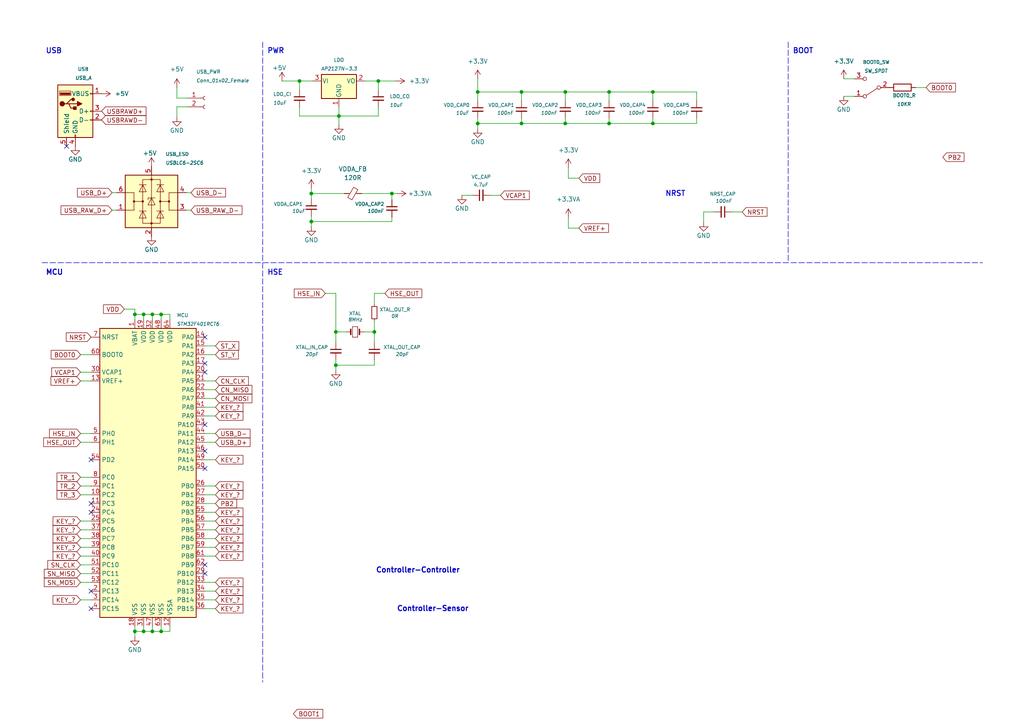
<source format=kicad_sch>
(kicad_sch (version 20211123) (generator eeschema)
  (paper "A4")
  (title_block (title "Keeb Controller") (date "2022-10-30") (rev "1") (company "Diego Covarrubias"))
  (lib_symbols
    (symbol "Connector:Conn_01x02_Female" (pin_names (offset 1.016) hide)
      (property "Reference" "J" (at 0 2.54 0))
      (property "Value" "Conn_01x02_Female" (at 0 -5.08 0))
      (symbol "Conn_01x02_Female_1_1"
        (arc (start 0 -2.032) (mid -0.508 -2.54) (end 0 -3.048) (stroke (width 0.1524)))
        (polyline (pts (xy -1.27 -2.54) (xy -0.508 -2.54)) (stroke (width 0.1524)))
        (polyline (pts (xy -1.27 0) (xy -0.508 0)) (stroke (width 0.1524)))
        (arc (start 0 0.508) (mid -0.508 0) (end 0 -0.508) (stroke (width 0.1524)))
        (pin passive line (at -5.08 0 0) (length 3.81) (name "Pin_1") (number "1"))
        (pin passive line (at -5.08 -2.54 0) (length 3.81) (name "Pin_2") (number "2"))
      )
    )
    (symbol "Connector:USB_A" (pin_names (offset 1.016))
      (property "Reference" "J" (at -5.08 11.43 0))
      (property "Value" "USB_A" (at -5.08 8.89 0))
      (symbol "USB_A_0_1"
        (rectangle (start -5.08 -7.62) (end 5.08 7.62) (stroke (width 0.254)) (fill (type background)))
        (circle (center -3.81 2.159) (radius 0.635) (stroke (width 0.254)) (fill (type outline)))
        (rectangle (start -1.524 4.826) (end -4.318 5.334) (fill (type outline)))
        (rectangle (start -1.27 4.572) (end -4.572 5.842))
        (circle (center -0.635 3.429) (radius 0.381) (stroke (width 0.254)) (fill (type outline)))
        (rectangle (start -0.127 -7.62) (end 0.127 -6.858))
        (polyline (pts (xy -3.175 2.159) (xy -2.54 2.159) (xy -1.27 3.429) (xy -0.635 3.429)) (stroke (width 0.254)))
        (polyline (pts (xy -2.54 2.159) (xy -1.905 2.159) (xy -1.27 0.889) (xy 0 0.889)) (stroke (width 0.254)))
        (polyline (pts (xy 0.635 2.794) (xy 0.635 1.524) (xy 1.905 2.159) (xy 0.635 2.794)) (stroke (width 0.254)) (fill (type outline)))
        (rectangle (start 0.254 1.27) (end -0.508 0.508) (stroke (width 0.254)) (fill (type outline)))
        (rectangle (start 5.08 -2.667) (end 4.318 -2.413))
        (rectangle (start 5.08 -0.127) (end 4.318 0.127))
        (rectangle (start 5.08 4.953) (end 4.318 5.207))
      )
      (symbol "USB_A_1_1"
        (polyline (pts (xy -1.905 2.159) (xy 0.635 2.159)) (stroke (width 0.254)))
        (pin power_in line (at 7.62 5.08 180) (length 2.54) (name "VBUS") (number "1"))
        (pin bidirectional line (at 7.62 -2.54 180) (length 2.54) (name "D-") (number "2"))
        (pin bidirectional line (at 7.62 0 180) (length 2.54) (name "D+") (number "3"))
        (pin power_in line (at 0 -10.16 90) (length 2.54) (name "GND") (number "4"))
        (pin passive line (at -2.54 -10.16 90) (length 2.54) (name "Shield") (number "5"))
      )
    )
    (symbol "Device:C_Small" (pin_numbers hide) (pin_names (offset 0.254) hide)
      (property "Reference" "C" (at 0.254 1.778 0))
      (property "Value" "C_Small" (at 0.254 -2.032 0))
      (symbol "C_Small_0_1"
        (polyline (pts (xy -1.524 -0.508) (xy 1.524 -0.508)) (stroke (width 0.3302)))
        (polyline (pts (xy -1.524 0.508) (xy 1.524 0.508)) (stroke (width 0.3048)))
      )
      (symbol "C_Small_1_1"
        (pin passive line (at 0 2.54 270) (length 2.032) (name "~") (number "1"))
        (pin passive line (at 0 -2.54 90) (length 2.032) (name "~") (number "2"))
      )
    )
    (symbol "Device:Crystal_Small" (pin_numbers hide) (pin_names (offset 1.016) hide)
      (property "Reference" "Y" (at 0 2.54 0))
      (property "Value" "Crystal_Small" (at 0 -2.54 0))
      (symbol "Crystal_Small_0_1"
        (rectangle (start -0.762 -1.524) (end 0.762 1.524))
        (polyline (pts (xy -1.27 -0.762) (xy -1.27 0.762)) (stroke (width 0.381)))
        (polyline (pts (xy 1.27 -0.762) (xy 1.27 0.762)) (stroke (width 0.381)))
      )
      (symbol "Crystal_Small_1_1"
        (pin passive line (at -2.54 0 0) (length 1.27) (name "1") (number "1"))
        (pin passive line (at 2.54 0 180) (length 1.27) (name "2") (number "2"))
      )
    )
    (symbol "Device:FerriteBead_Small" (pin_numbers hide) (pin_names (offset 0))
      (property "Reference" "FB" (at 1.905 1.27 0))
      (property "Value" "FerriteBead_Small" (at 1.905 -1.27 0))
      (symbol "FerriteBead_Small_0_1"
        (polyline (pts (xy 0 -1.27) (xy 0 -0.7874)))
        (polyline (pts (xy 0 0.889) (xy 0 1.2954)))
        (polyline (pts (xy -1.8288 0.2794) (xy -1.1176 1.4986) (xy 1.8288 -0.2032) (xy 1.1176 -1.4224) (xy -1.8288 0.2794)))
      )
      (symbol "FerriteBead_Small_1_1"
        (pin passive line (at 0 2.54 270) (length 1.27) (name "~") (number "1"))
        (pin passive line (at 0 -2.54 90) (length 1.27) (name "~") (number "2"))
      )
    )
    (symbol "Device:R" (pin_numbers hide) (pin_names (offset 0))
      (property "Reference" "R" (at 2.032 0 90))
      (property "Value" "R" (at 0 0 90))
      (symbol "R_0_1"
        (rectangle (start -1.016 -2.54) (end 1.016 2.54) (stroke (width 0.254)))
      )
      (symbol "R_1_1"
        (pin passive line (at 0 3.81 270) (length 1.27) (name "~") (number "1"))
        (pin passive line (at 0 -3.81 90) (length 1.27) (name "~") (number "2"))
      )
    )
    (symbol "Device:R_Small" (pin_numbers hide) (pin_names (offset 0.254) hide)
      (property "Reference" "R" (at 0.762 0.508 0))
      (property "Value" "R_Small" (at 0.762 -1.016 0))
      (symbol "R_Small_0_1"
        (rectangle (start -0.762 1.778) (end 0.762 -1.778) (stroke (width 0.2032)))
      )
      (symbol "R_Small_1_1"
        (pin passive line (at 0 2.54 270) (length 0.762) (name "~") (number "1"))
        (pin passive line (at 0 -2.54 90) (length 0.762) (name "~") (number "2"))
      )
    )
    (symbol "MCU_ST_STM32F4:STM32F401RCTx"
      (property "Reference" "U" (at -15.24 41.91 0))
      (property "Value" "STM32F401RCTx" (at 7.62 41.91 0))
      (symbol "STM32F401RCTx_0_1"
        (rectangle (start -15.24 -43.18) (end 12.7 40.64) (stroke (width 0.254)) (fill (type background)))
      )
      (symbol "STM32F401RCTx_1_1"
        (pin power_in line (at -5.08 43.18 270) (length 2.54) (name "VBAT") (number "1"))
        (pin bidirectional line (at -17.78 -7.62 0) (length 2.54) (name "PC2") (number "10"))
        (pin bidirectional line (at -17.78 -10.16 0) (length 2.54) (name "PC3") (number "11"))
        (pin power_in line (at 5.08 -45.72 90) (length 2.54) (name "VSSA") (number "12"))
        (pin power_in line (at -17.78 25.4 0) (length 2.54) (name "VREF+") (number "13"))
        (pin bidirectional line (at 15.24 38.1 180) (length 2.54) (name "PA0") (number "14"))
        (pin bidirectional line (at 15.24 35.56 180) (length 2.54) (name "PA1") (number "15"))
        (pin bidirectional line (at 15.24 33.02 180) (length 2.54) (name "PA2") (number "16"))
        (pin bidirectional line (at 15.24 30.48 180) (length 2.54) (name "PA3") (number "17"))
        (pin power_in line (at -5.08 -45.72 90) (length 2.54) (name "VSS") (number "18"))
        (pin power_in line (at -2.54 43.18 270) (length 2.54) (name "VDD") (number "19"))
        (pin bidirectional line (at -17.78 -35.56 0) (length 2.54) (name "PC13") (number "2"))
        (pin bidirectional line (at 15.24 27.94 180) (length 2.54) (name "PA4") (number "20"))
        (pin bidirectional line (at 15.24 25.4 180) (length 2.54) (name "PA5") (number "21"))
        (pin bidirectional line (at 15.24 22.86 180) (length 2.54) (name "PA6") (number "22"))
        (pin bidirectional line (at 15.24 20.32 180) (length 2.54) (name "PA7") (number "23"))
        (pin bidirectional line (at -17.78 -12.7 0) (length 2.54) (name "PC4") (number "24"))
        (pin bidirectional line (at -17.78 -15.24 0) (length 2.54) (name "PC5") (number "25"))
        (pin bidirectional line (at 15.24 -5.08 180) (length 2.54) (name "PB0") (number "26"))
        (pin bidirectional line (at 15.24 -7.62 180) (length 2.54) (name "PB1") (number "27"))
        (pin bidirectional line (at 15.24 -10.16 180) (length 2.54) (name "PB2") (number "28"))
        (pin bidirectional line (at 15.24 -30.48 180) (length 2.54) (name "PB10") (number "29"))
        (pin bidirectional line (at -17.78 -38.1 0) (length 2.54) (name "PC14") (number "3"))
        (pin power_in line (at -17.78 27.94 0) (length 2.54) (name "VCAP1") (number "30"))
        (pin power_in line (at -2.54 -45.72 90) (length 2.54) (name "VSS") (number "31"))
        (pin power_in line (at 0 43.18 270) (length 2.54) (name "VDD") (number "32"))
        (pin bidirectional line (at 15.24 -33.02 180) (length 2.54) (name "PB12") (number "33"))
        (pin bidirectional line (at 15.24 -35.56 180) (length 2.54) (name "PB13") (number "34"))
        (pin bidirectional line (at 15.24 -38.1 180) (length 2.54) (name "PB14") (number "35"))
        (pin bidirectional line (at 15.24 -40.64 180) (length 2.54) (name "PB15") (number "36"))
        (pin bidirectional line (at -17.78 -17.78 0) (length 2.54) (name "PC6") (number "37"))
        (pin bidirectional line (at -17.78 -20.32 0) (length 2.54) (name "PC7") (number "38"))
        (pin bidirectional line (at -17.78 -22.86 0) (length 2.54) (name "PC8") (number "39"))
        (pin bidirectional line (at -17.78 -40.64 0) (length 2.54) (name "PC15") (number "4"))
        (pin bidirectional line (at -17.78 -25.4 0) (length 2.54) (name "PC9") (number "40"))
        (pin bidirectional line (at 15.24 17.78 180) (length 2.54) (name "PA8") (number "41"))
        (pin bidirectional line (at 15.24 15.24 180) (length 2.54) (name "PA9") (number "42"))
        (pin bidirectional line (at 15.24 12.7 180) (length 2.54) (name "PA10") (number "43"))
        (pin bidirectional line (at 15.24 10.16 180) (length 2.54) (name "PA11") (number "44"))
        (pin bidirectional line (at 15.24 7.62 180) (length 2.54) (name "PA12") (number "45"))
        (pin bidirectional line (at 15.24 5.08 180) (length 2.54) (name "PA13") (number "46"))
        (pin power_in line (at 0 -45.72 90) (length 2.54) (name "VSS") (number "47"))
        (pin power_in line (at 2.54 43.18 270) (length 2.54) (name "VDD") (number "48"))
        (pin bidirectional line (at 15.24 2.54 180) (length 2.54) (name "PA14") (number "49"))
        (pin input line (at -17.78 10.16 0) (length 2.54) (name "PH0") (number "5"))
        (pin bidirectional line (at 15.24 0 180) (length 2.54) (name "PA15") (number "50"))
        (pin bidirectional line (at -17.78 -27.94 0) (length 2.54) (name "PC10") (number "51"))
        (pin bidirectional line (at -17.78 -30.48 0) (length 2.54) (name "PC11") (number "52"))
        (pin bidirectional line (at -17.78 -33.02 0) (length 2.54) (name "PC12") (number "53"))
        (pin bidirectional line (at -17.78 2.54 0) (length 2.54) (name "PD2") (number "54"))
        (pin bidirectional line (at 15.24 -12.7 180) (length 2.54) (name "PB3") (number "55"))
        (pin bidirectional line (at 15.24 -15.24 180) (length 2.54) (name "PB4") (number "56"))
        (pin bidirectional line (at 15.24 -17.78 180) (length 2.54) (name "PB5") (number "57"))
        (pin bidirectional line (at 15.24 -20.32 180) (length 2.54) (name "PB6") (number "58"))
        (pin bidirectional line (at 15.24 -22.86 180) (length 2.54) (name "PB7") (number "59"))
        (pin input line (at -17.78 7.62 0) (length 2.54) (name "PH1") (number "6"))
        (pin input line (at -17.78 33.02 0) (length 2.54) (name "BOOT0") (number "60"))
        (pin bidirectional line (at 15.24 -25.4 180) (length 2.54) (name "PB8") (number "61"))
        (pin bidirectional line (at 15.24 -27.94 180) (length 2.54) (name "PB9") (number "62"))
        (pin power_in line (at 2.54 -45.72 90) (length 2.54) (name "VSS") (number "63"))
        (pin power_in line (at 5.08 43.18 270) (length 2.54) (name "VDD") (number "64"))
        (pin input line (at -17.78 38.1 0) (length 2.54) (name "NRST") (number "7"))
        (pin bidirectional line (at -17.78 -2.54 0) (length 2.54) (name "PC0") (number "8"))
        (pin bidirectional line (at -17.78 -5.08 0) (length 2.54) (name "PC1") (number "9"))
      )
    )
    (symbol "Power_Protection:USBLC6-2SC6" (pin_names hide)
      (property "Reference" "U" (at 2.54 8.89 0))
      (property "Value" "USBLC6-2SC6" (at 2.54 -8.89 0))
      (symbol "USBLC6-2SC6_0_1"
        (rectangle (start -7.62 -7.62) (end 7.62 7.62) (stroke (width 0.254)) (fill (type background)))
        (circle (center -5.08 0) (radius 0.254) (fill (type outline)))
        (circle (center -2.54 0) (radius 0.254) (fill (type outline)))
        (rectangle (start -2.54 6.35) (end 2.54 -6.35))
        (circle (center 0 -6.35) (radius 0.254) (fill (type outline)))
        (polyline (pts (xy -5.08 -2.54) (xy -7.62 -2.54)))
        (polyline (pts (xy -5.08 0) (xy -5.08 -2.54)))
        (polyline (pts (xy -5.08 2.54) (xy -7.62 2.54)))
        (polyline (pts (xy -1.524 -2.794) (xy -3.556 -2.794)))
        (polyline (pts (xy -1.524 4.826) (xy -3.556 4.826)))
        (polyline (pts (xy 0 -7.62) (xy 0 -6.35)))
        (polyline (pts (xy 0 -6.35) (xy 0 1.27)))
        (polyline (pts (xy 0 1.27) (xy 0 6.35)))
        (polyline (pts (xy 0 6.35) (xy 0 7.62)))
        (polyline (pts (xy 1.524 -2.794) (xy 3.556 -2.794)))
        (polyline (pts (xy 1.524 4.826) (xy 3.556 4.826)))
        (polyline (pts (xy 5.08 -2.54) (xy 7.62 -2.54)))
        (polyline (pts (xy 5.08 0) (xy 5.08 -2.54)))
        (polyline (pts (xy 5.08 2.54) (xy 7.62 2.54)))
        (polyline (pts (xy -2.54 0) (xy -5.08 0) (xy -5.08 2.54)))
        (polyline (pts (xy 2.54 0) (xy 5.08 0) (xy 5.08 2.54)))
        (polyline (pts (xy -3.556 -4.826) (xy -1.524 -4.826) (xy -2.54 -2.794) (xy -3.556 -4.826)))
        (polyline (pts (xy -3.556 2.794) (xy -1.524 2.794) (xy -2.54 4.826) (xy -3.556 2.794)))
        (polyline (pts (xy -1.016 -1.016) (xy 1.016 -1.016) (xy 0 1.016) (xy -1.016 -1.016)))
        (polyline (pts (xy 1.016 1.016) (xy 0.762 1.016) (xy -1.016 1.016) (xy -1.016 0.508)))
        (polyline (pts (xy 3.556 -4.826) (xy 1.524 -4.826) (xy 2.54 -2.794) (xy 3.556 -4.826)))
        (polyline (pts (xy 3.556 2.794) (xy 1.524 2.794) (xy 2.54 4.826) (xy 3.556 2.794)))
        (circle (center 0 6.35) (radius 0.254) (fill (type outline)))
        (circle (center 2.54 0) (radius 0.254) (fill (type outline)))
        (circle (center 5.08 0) (radius 0.254) (fill (type outline)))
      )
      (symbol "USBLC6-2SC6_1_1"
        (pin passive line (at -10.16 -2.54 0) (length 2.54) (name "I/O1") (number "1"))
        (pin passive line (at 0 -10.16 90) (length 2.54) (name "GND") (number "2"))
        (pin passive line (at 10.16 -2.54 180) (length 2.54) (name "I/O2") (number "3"))
        (pin passive line (at 10.16 2.54 180) (length 2.54) (name "I/O2") (number "4"))
        (pin passive line (at 0 10.16 270) (length 2.54) (name "VBUS") (number "5"))
        (pin passive line (at -10.16 2.54 0) (length 2.54) (name "I/O1") (number "6"))
      )
    )
    (symbol "Regulator_Linear:AP2127N-3.3" (pin_names (offset 0.254))
      (property "Reference" "U" (at -3.81 3.175 0))
      (property "Value" "AP2127N-3.3" (at 0 3.175 0))
      (symbol "AP2127N-3.3_0_1"
        (rectangle (start -5.08 1.905) (end 5.08 -5.08) (stroke (width 0.254)) (fill (type background)))
      )
      (symbol "AP2127N-3.3_1_1"
        (pin power_in line (at 0 -7.62 90) (length 2.54) (name "GND") (number "1"))
        (pin power_out line (at 7.62 0 180) (length 2.54) (name "VO") (number "2"))
        (pin power_in line (at -7.62 0 0) (length 2.54) (name "VI") (number "3"))
      )
    )
    (symbol "Switch:SW_SPDT" (pin_names (offset 0) hide)
      (property "Reference" "SW" (at 0 4.318 0))
      (property "Value" "SW_SPDT" (at 0 -5.08 0))
      (symbol "SW_SPDT_0_0"
        (circle (center -2.032 0) (radius 0.508))
        (circle (center 2.032 -2.54) (radius 0.508))
      )
      (symbol "SW_SPDT_0_1"
        (polyline (pts (xy -1.524 0.254) (xy 1.651 2.286)))
        (circle (center 2.032 2.54) (radius 0.508))
      )
      (symbol "SW_SPDT_1_1"
        (pin passive line (at 5.08 2.54 180) (length 2.54) (name "A") (number "1"))
        (pin passive line (at -5.08 0 0) (length 2.54) (name "B") (number "2"))
        (pin passive line (at 5.08 -2.54 180) (length 2.54) (name "C") (number "3"))
      )
    )
    (symbol "power:+3.3V" (power) (pin_names (offset 0))
      (property "Value" "+3.3V" (at 0 3.556 0))
      (symbol "+3.3V_0_1"
        (polyline (pts (xy -0.762 1.27) (xy 0 2.54)))
        (polyline (pts (xy 0 0) (xy 0 2.54)))
        (polyline (pts (xy 0 2.54) (xy 0.762 1.27)))
      )
      (symbol "+3.3V_1_1"
        (pin power_in line (at 0 0 90) (length 0) hide (name "+3.3V") (number "1"))
      )
    )
    (symbol "power:+3.3VA" (power) (pin_names (offset 0))
      (property "Value" "+3.3VA" (at 0 3.556 0))
      (symbol "+3.3VA_0_1"
        (polyline (pts (xy -0.762 1.27) (xy 0 2.54)))
        (polyline (pts (xy 0 0) (xy 0 2.54)))
        (polyline (pts (xy 0 2.54) (xy 0.762 1.27)))
      )
      (symbol "+3.3VA_1_1"
        (pin power_in line (at 0 0 90) (length 0) hide (name "+3.3VA") (number "1"))
      )
    )
    (symbol "power:+5V" (power) (pin_names (offset 0))
      (property "Value" "+5V" (at 0 3.556 0))
      (symbol "+5V_0_1"
        (polyline (pts (xy -0.762 1.27) (xy 0 2.54)))
        (polyline (pts (xy 0 0) (xy 0 2.54)))
        (polyline (pts (xy 0 2.54) (xy 0.762 1.27)))
      )
      (symbol "+5V_1_1"
        (pin power_in line (at 0 0 90) (length 0) hide (name "+5V") (number "1"))
      )
    )
    (symbol "power:GND" (power) (pin_names (offset 0))
      (property "Value" "GND" (at 0 -3.81 0))
      (symbol "GND_0_1"
        (polyline (pts (xy 0 0) (xy 0 -1.27) (xy 1.27 -1.27) (xy 0 -2.54) (xy -1.27 -1.27) (xy 0 -1.27)))
      )
      (symbol "GND_1_1"
        (pin power_in line (at 0 0 270) (length 0) hide (name "GND") (number "1"))
      )
    )
  )
  (junction (at 86.868 23.495))
  (junction (at 189.357 26.67))
  (junction (at 176.657 26.67))
  (junction (at 41.656 183.134))
  (junction (at 113.665 56.134))
  (junction (at 46.736 91.186))
  (junction (at 39.116 91.186))
  (junction (at 176.657 35.814))
  (junction (at 163.957 26.67))
  (junction (at 151.257 35.814))
  (junction (at 189.357 35.814))
  (junction (at 44.196 183.134))
  (junction (at 138.557 35.814))
  (junction (at 109.728 23.495))
  (junction (at 108.585 96.266))
  (junction (at 97.409 105.918))
  (junction (at 97.409 96.266))
  (junction (at 151.257 26.67))
  (junction (at 39.116 183.134))
  (junction (at 90.297 64.262))
  (junction (at 44.196 91.186))
  (junction (at 138.557 26.67))
  (junction (at 98.298 33.655))
  (junction (at 41.656 91.186))
  (junction (at 163.957 35.814))
  (junction (at 46.736 183.134))
  (junction (at 90.297 56.134))
  (no_connect (at 26.416 133.35))
  (no_connect (at 26.416 146.05))
  (no_connect (at 26.416 148.59))
  (no_connect (at 26.416 171.45))
  (no_connect (at 19.304 42.418))
  (no_connect (at 59.436 97.79))
  (no_connect (at 59.436 123.19))
  (no_connect (at 59.436 107.95))
  (no_connect (at 59.436 105.41))
  (no_connect (at 59.436 135.89))
  (no_connect (at 59.436 130.81))
  (no_connect (at 26.416 176.53))
  (no_connect (at 59.436 166.37))
  (no_connect (at 59.436 163.83))
  (wire (pts (xy 41.656 183.134) (xy 41.656 181.61)))
  (wire (pts (xy 97.409 96.266) (xy 100.457 96.266)))
  (wire (pts (xy 133.985 56.642) (xy 137.033 56.642)))
  (wire (pts (xy 98.298 33.655) (xy 109.728 33.655)))
  (wire (pts (xy 105.537 96.266) (xy 108.585 96.266)))
  (wire (pts (xy 44.196 183.134) (xy 46.736 183.134)))
  (wire (pts (xy 44.196 91.186) (xy 46.736 91.186)))
  (wire (pts (xy 108.585 96.266) (xy 108.585 99.314)))
  (wire (pts (xy 97.409 107.442) (xy 97.409 105.918)))
  (wire (pts (xy 62.484 140.97) (xy 59.436 140.97)))
  (wire (pts (xy 189.357 26.67) (xy 189.357 29.21)))
  (wire (pts (xy 212.217 61.468) (xy 215.265 61.468)))
  (wire (pts (xy 23.368 143.51) (xy 26.416 143.51)))
  (wire (pts (xy 62.484 151.13) (xy 59.436 151.13)))
  (wire (pts (xy 94.361 85.09) (xy 97.409 85.09)))
  (wire (pts (xy 62.484 153.67) (xy 59.436 153.67)))
  (wire (pts (xy 98.298 31.115) (xy 98.298 33.655)))
  (wire (pts (xy 59.436 100.33) (xy 62.484 100.33)))
  (wire (pts (xy 62.484 120.65) (xy 59.436 120.65)))
  (wire (pts (xy 59.436 115.57) (xy 62.484 115.57)))
  (wire (pts (xy 90.297 64.262) (xy 113.665 64.262)))
  (wire (pts (xy 90.297 56.134) (xy 99.822 56.134)))
  (wire (pts (xy 138.557 22.86) (xy 138.557 26.67)))
  (wire (pts (xy 23.368 163.83) (xy 26.416 163.83)))
  (wire (pts (xy 59.436 102.87) (xy 62.484 102.87)))
  (wire (pts (xy 23.368 125.73) (xy 26.416 125.73)))
  (wire (pts (xy 51.308 34.036) (xy 51.308 30.988)))
  (wire (pts (xy 41.656 91.186) (xy 44.196 91.186)))
  (wire (pts (xy 36.068 89.662) (xy 39.116 89.662)))
  (wire (pts (xy 62.484 148.59) (xy 59.436 148.59)))
  (wire (pts (xy 97.409 96.266) (xy 97.409 99.314)))
  (wire (pts (xy 151.257 26.67) (xy 163.957 26.67)))
  (wire (pts (xy 41.656 183.134) (xy 44.196 183.134)))
  (wire (pts (xy 244.729 27.94) (xy 247.777 27.94)))
  (wire (pts (xy 59.436 113.03) (xy 62.484 113.03)))
  (wire (pts (xy 204.089 61.468) (xy 207.137 61.468)))
  (wire (pts (xy 49.276 183.134) (xy 49.276 181.61)))
  (wire (pts (xy 62.484 171.45) (xy 59.436 171.45)))
  (wire (pts (xy 39.116 89.662) (xy 39.116 91.186)))
  (wire (pts (xy 23.368 140.97) (xy 26.416 140.97)))
  (wire (pts (xy 39.116 183.134) (xy 39.116 184.658)))
  (wire (pts (xy 90.297 56.134) (xy 90.297 57.658)))
  (wire (pts (xy 86.868 23.495) (xy 86.868 26.035)))
  (wire (pts (xy 138.557 35.814) (xy 138.557 37.338)))
  (wire (pts (xy 62.484 176.53) (xy 59.436 176.53)))
  (wire (pts (xy 90.297 62.738) (xy 90.297 64.262)))
  (wire (pts (xy 46.736 91.186) (xy 46.736 92.71)))
  (wire (pts (xy 164.846 48.641) (xy 164.846 51.689)))
  (wire (pts (xy 39.116 91.186) (xy 39.116 92.71)))
  (wire (pts (xy 62.484 143.51) (xy 59.436 143.51)))
  (wire (pts (xy 97.409 85.09) (xy 97.409 96.266)))
  (wire (pts (xy 33.782 55.88) (xy 32.512 55.88)))
  (wire (pts (xy 176.657 26.67) (xy 176.657 29.21)))
  (wire (pts (xy 62.484 158.75) (xy 59.436 158.75)))
  (wire (pts (xy 111.633 85.09) (xy 108.585 85.09)))
  (wire (pts (xy 109.728 31.115) (xy 109.728 33.655)))
  (wire (pts (xy 44.196 91.186) (xy 44.196 92.71)))
  (wire (pts (xy 46.736 183.134) (xy 46.736 181.61)))
  (wire (pts (xy 163.957 34.29) (xy 163.957 35.814)))
  (wire (pts (xy 108.585 105.918) (xy 108.585 104.394)))
  (wire (pts (xy 189.357 35.814) (xy 189.357 34.29)))
  (wire (pts (xy 23.368 168.91) (xy 26.416 168.91)))
  (wire (pts (xy 163.957 26.67) (xy 163.957 29.21)))
  (wire (pts (xy 268.605 25.4) (xy 265.557 25.4)))
  (wire (pts (xy 46.736 183.134) (xy 49.276 183.134)))
  (wire (pts (xy 105.918 23.495) (xy 109.728 23.495)))
  (wire (pts (xy 176.657 26.67) (xy 189.357 26.67)))
  (wire (pts (xy 86.868 33.655) (xy 98.298 33.655)))
  (wire (pts (xy 202.057 26.67) (xy 202.057 29.21)))
  (wire (pts (xy 23.368 110.49) (xy 26.416 110.49)))
  (wire (pts (xy 62.484 118.11) (xy 59.436 118.11)))
  (wire (pts (xy 202.057 35.814) (xy 202.057 34.29)))
  (wire (pts (xy 138.557 26.67) (xy 138.557 29.21)))
  (wire (pts (xy 59.436 110.49) (xy 62.484 110.49)))
  (wire (pts (xy 23.368 161.29) (xy 26.416 161.29)))
  (wire (pts (xy 23.368 151.13) (xy 26.416 151.13)))
  (wire (pts (xy 41.656 91.186) (xy 41.656 92.71)))
  (wire (pts (xy 142.113 56.642) (xy 145.161 56.642)))
  (wire (pts (xy 51.308 28.448) (xy 54.356 28.448)))
  (wire (pts (xy 62.484 161.29) (xy 59.436 161.29)))
  (wire (pts (xy 51.308 25.4) (xy 51.308 28.448)))
  (wire (pts (xy 151.257 26.67) (xy 151.257 29.21)))
  (wire (pts (xy 90.297 64.262) (xy 90.297 65.786)))
  (wire (pts (xy 244.729 22.86) (xy 247.777 22.86)))
  (wire (pts (xy 109.728 23.495) (xy 114.808 23.495)))
  (wire (pts (xy 98.298 33.655) (xy 98.298 36.195)))
  (wire (pts (xy 39.116 183.134) (xy 41.656 183.134)))
  (wire (pts (xy 23.368 153.67) (xy 26.416 153.67)))
  (wire (pts (xy 62.484 156.21) (xy 59.436 156.21)))
  (wire (pts (xy 23.368 128.27) (xy 26.416 128.27)))
  (wire (pts (xy 97.409 105.918) (xy 108.585 105.918)))
  (wire (pts (xy 23.368 156.21) (xy 26.416 156.21)))
  (wire (pts (xy 62.484 173.99) (xy 59.436 173.99)))
  (wire (pts (xy 104.902 56.134) (xy 113.665 56.134)))
  (wire (pts (xy 113.665 56.134) (xy 113.665 57.912)))
  (wire (pts (xy 86.868 23.495) (xy 90.678 23.495)))
  (wire (pts (xy 164.846 51.689) (xy 167.894 51.689)))
  (wire (pts (xy 189.357 35.814) (xy 202.057 35.814)))
  (wire (pts (xy 59.436 125.73) (xy 62.484 125.73)))
  (wire (pts (xy 108.585 85.09) (xy 108.585 88.138)))
  (wire (pts (xy 46.736 91.186) (xy 49.276 91.186)))
  (wire (pts (xy 108.585 93.218) (xy 108.585 96.266)))
  (wire (pts (xy 44.196 183.134) (xy 44.196 181.61)))
  (wire (pts (xy 164.846 63.119) (xy 164.846 66.167)))
  (wire (pts (xy 33.782 60.96) (xy 32.512 60.96)))
  (wire (pts (xy 62.484 146.05) (xy 59.436 146.05)))
  (wire (pts (xy 189.357 26.67) (xy 202.057 26.67)))
  (wire (pts (xy 163.957 26.67) (xy 176.657 26.67)))
  (wire (pts (xy 49.276 91.186) (xy 49.276 92.71)))
  (wire (pts (xy 51.308 30.988) (xy 54.356 30.988)))
  (wire (pts (xy 39.116 181.61) (xy 39.116 183.134)))
  (wire (pts (xy 81.788 23.495) (xy 86.868 23.495)))
  (wire (pts (xy 62.484 133.35) (xy 59.436 133.35)))
  (polyline (pts (xy 12.192 76.2) (xy 284.988 76.2)))
  (wire (pts (xy 176.657 35.814) (xy 189.357 35.814)))
  (wire (pts (xy 86.868 31.115) (xy 86.868 33.655)))
  (wire (pts (xy 90.297 54.61) (xy 90.297 56.134)))
  (wire (pts (xy 55.372 55.88) (xy 54.102 55.88)))
  (wire (pts (xy 176.657 35.814) (xy 176.657 34.29)))
  (wire (pts (xy 62.484 168.91) (xy 59.436 168.91)))
  (wire (pts (xy 115.189 56.134) (xy 113.665 56.134)))
  (wire (pts (xy 23.368 102.87) (xy 26.416 102.87)))
  (wire (pts (xy 138.557 34.29) (xy 138.557 35.814)))
  (polyline (pts (xy 228.6 12.192) (xy 228.6 76.2)))
  (wire (pts (xy 23.368 107.95) (xy 26.416 107.95)))
  (wire (pts (xy 138.557 35.814) (xy 151.257 35.814)))
  (wire (pts (xy 97.409 105.918) (xy 97.409 104.394)))
  (wire (pts (xy 164.846 66.167) (xy 167.894 66.167)))
  (wire (pts (xy 151.257 35.814) (xy 163.957 35.814)))
  (wire (pts (xy 55.372 60.96) (xy 54.102 60.96)))
  (wire (pts (xy 138.557 26.67) (xy 151.257 26.67)))
  (wire (pts (xy 109.728 23.495) (xy 109.728 26.035)))
  (wire (pts (xy 151.257 35.814) (xy 151.257 34.29)))
  (wire (pts (xy 23.368 166.37) (xy 26.416 166.37)))
  (wire (pts (xy 23.368 173.99) (xy 26.416 173.99)))
  (wire (pts (xy 204.089 64.516) (xy 204.089 61.468)))
  (wire (pts (xy 23.368 158.75) (xy 26.416 158.75)))
  (wire (pts (xy 113.665 64.262) (xy 113.665 62.992)))
  (wire (pts (xy 59.436 128.27) (xy 62.484 128.27)))
  (wire (pts (xy 23.368 138.43) (xy 26.416 138.43)))
  (wire (pts (xy 163.957 35.814) (xy 176.657 35.814)))
  (polyline (pts (xy 76.2 12.192) (xy 76.2 197.866)))
  (wire (pts (xy 39.116 91.186) (xy 41.656 91.186)))
  (text "BOOT" (at 229.87 15.748 0) (effects (font (size 1.5 1.5) (thickness 0.254) bold) (justify left bottom)))
  (text "Controller-Sensor" (at 115.062 177.546 0) (effects (font (size 1.5 1.5) (thickness 0.3) bold) (justify left bottom)))
  (text "PWR" (at 77.47 15.748 0) (effects (font (size 1.5 1.5) (thickness 0.254) bold) (justify left bottom)))
  (text "USB" (at 13.208 15.748 0) (effects (font (size 1.5 1.5) (thickness 0.254) bold) (justify left bottom)))
  (text "HSE" (at 77.47 80.01 0) (effects (font (size 1.5 1.5) (thickness 0.254) bold) (justify left bottom)))
  (text "Controller-Controller" (at 108.966 166.37 0) (effects (font (size 1.5 1.5) (thickness 0.3) bold) (justify left bottom)))
  (text "NRST" (at 192.913 57.15 0) (effects (font (size 1.5 1.5) (thickness 0.254) bold) (justify left bottom)))
  (text "MCU" (at 13.208 80.01 0) (effects (font (size 1.5 1.5) (thickness 0.3) bold) (justify left bottom)))
  (global_label "KEY_?" (shape input) (at 62.484 151.13 0) (property "Intersheet References" "${INTERSHEET_REFS}" (effects hide)))
  (global_label "VDD" (shape input) (at 167.894 51.689 0) (property "Intersheet References" "${INTERSHEET_REFS}" (effects hide)))
  (global_label "VCAP1" (shape input) (at 23.368 107.95 180) (property "Intersheet References" "${INTERSHEET_REFS}" (effects hide)))
  (global_label "KEY_?" (shape input) (at 62.484 153.67 0) (property "Intersheet References" "${INTERSHEET_REFS}" (effects hide)))
  (global_label "KEY_?" (shape input) (at 62.484 168.91 0) (property "Intersheet References" "${INTERSHEET_REFS}" (effects hide)))
  (global_label "HSE_OUT" (shape input) (at 111.633 85.09 0) (property "Intersheet References" "${INTERSHEET_REFS}" (effects hide)))
  (global_label "BOOT0" (shape input) (at 268.605 25.4 0) (property "Intersheet References" "${INTERSHEET_REFS}" (effects hide)))
  (global_label "CN_MOSI" (shape input) (at 62.484 115.57 0) (property "Intersheet References" "${INTERSHEET_REFS}" (effects hide)))
  (global_label "VREF+" (shape input) (at 167.894 66.167 0) (property "Intersheet References" "${INTERSHEET_REFS}" (effects hide)))
  (global_label "CN_MISO" (shape input) (at 62.484 113.03 0) (property "Intersheet References" "${INTERSHEET_REFS}" (effects hide)))
  (global_label "USB_RAW_D+" (shape input) (at 32.512 60.96 180) (property "Intersheet References" "${INTERSHEET_REFS}" (effects hide)))
  (global_label "ST_Y" (shape input) (at 62.484 102.87 0) (property "Intersheet References" "${INTERSHEET_REFS}" (effects hide)))
  (global_label "CN_CLK" (shape input) (at 62.484 110.49 0) (property "Intersheet References" "${INTERSHEET_REFS}" (effects hide)))
  (global_label "BOOT1" (shape input) (at 85.09 207.01 0) (property "Intersheet References" "${INTERSHEET_REFS}" (effects hide)))
  (global_label "USB_D-" (shape input) (at 55.372 55.88 0) (property "Intersheet References" "${INTERSHEET_REFS}" (effects hide)))
  (global_label "USB_RAW_D-" (shape input) (at 55.372 60.96 0) (property "Intersheet References" "${INTERSHEET_REFS}" (effects hide)))
  (global_label "USB_D-" (shape input) (at 62.484 125.73 0) (property "Intersheet References" "${INTERSHEET_REFS}" (effects hide)))
  (global_label "TR_1" (shape input) (at 23.368 138.43 180) (property "Intersheet References" "${INTERSHEET_REFS}" (effects hide)))
  (global_label "USB_D+" (shape input) (at 62.484 128.27 0) (property "Intersheet References" "${INTERSHEET_REFS}" (effects hide)))
  (global_label "KEY_?" (shape input) (at 62.484 133.35 0) (property "Intersheet References" "${INTERSHEET_REFS}" (effects hide)))
  (global_label "TR_3" (shape input) (at 23.368 143.51 180) (property "Intersheet References" "${INTERSHEET_REFS}" (effects hide)))
  (global_label "PB2" (shape input) (at 273.431 45.593 0) (property "Intersheet References" "${INTERSHEET_REFS}" (effects hide)))
  (global_label "KEY_?" (shape input) (at 23.368 156.21 180) (property "Intersheet References" "${INTERSHEET_REFS}" (effects hide)))
  (global_label "KEY_?" (shape input) (at 23.368 153.67 180) (property "Intersheet References" "${INTERSHEET_REFS}" (effects hide)))
  (global_label "KEY_?" (shape input) (at 23.368 158.75 180) (property "Intersheet References" "${INTERSHEET_REFS}" (effects hide)))
  (global_label "KEY_?" (shape input) (at 23.368 151.13 180) (property "Intersheet References" "${INTERSHEET_REFS}" (effects hide)))
  (global_label "VREF+" (shape input) (at 23.368 110.49 180) (property "Intersheet References" "${INTERSHEET_REFS}" (effects hide)))
  (global_label "USBRAWD+" (shape input) (at 29.464 32.258 0) (property "Intersheet References" "${INTERSHEET_REFS}" (effects hide)))
  (global_label "KEY_?" (shape input) (at 62.484 171.45 0) (property "Intersheet References" "${INTERSHEET_REFS}" (effects hide)))
  (global_label "BOOT0" (shape input) (at 23.368 102.87 180) (property "Intersheet References" "${INTERSHEET_REFS}" (effects hide)))
  (global_label "KEY_?" (shape input) (at 62.484 140.97 0) (property "Intersheet References" "${INTERSHEET_REFS}" (effects hide)))
  (global_label "NRST" (shape input) (at 26.416 97.79 180) (property "Intersheet References" "${INTERSHEET_REFS}" (effects hide)))
  (global_label "ST_X" (shape input) (at 62.484 100.33 0) (property "Intersheet References" "${INTERSHEET_REFS}" (effects hide)))
  (global_label "KEY_?" (shape input) (at 23.368 161.29 180) (property "Intersheet References" "${INTERSHEET_REFS}" (effects hide)))
  (global_label "KEY_?" (shape input) (at 62.484 120.65 0) (property "Intersheet References" "${INTERSHEET_REFS}" (effects hide)))
  (global_label "SN_MOSI" (shape input) (at 23.368 168.91 180) (property "Intersheet References" "${INTERSHEET_REFS}" (effects hide)))
  (global_label "KEY_?" (shape input) (at 62.484 173.99 0) (property "Intersheet References" "${INTERSHEET_REFS}" (effects hide)))
  (global_label "TR_2" (shape input) (at 23.368 140.97 180) (property "Intersheet References" "${INTERSHEET_REFS}" (effects hide)))
  (global_label "KEY_?" (shape input) (at 62.484 156.21 0) (property "Intersheet References" "${INTERSHEET_REFS}" (effects hide)))
  (global_label "KEY_?" (shape input) (at 62.484 143.51 0) (property "Intersheet References" "${INTERSHEET_REFS}" (effects hide)))
  (global_label "KEY_?" (shape input) (at 62.484 161.29 0) (property "Intersheet References" "${INTERSHEET_REFS}" (effects hide)))
  (global_label "NRST" (shape input) (at 215.265 61.468 0) (property "Intersheet References" "${INTERSHEET_REFS}" (effects hide)))
  (global_label "KEY_?" (shape input) (at 62.484 158.75 0) (property "Intersheet References" "${INTERSHEET_REFS}" (effects hide)))
  (global_label "HSE_IN" (shape input) (at 94.361 85.09 180) (property "Intersheet References" "${INTERSHEET_REFS}" (effects hide)))
  (global_label "PB2" (shape input) (at 62.484 146.05 0) (property "Intersheet References" "${INTERSHEET_REFS}" (effects hide)))
  (global_label "HSE_OUT" (shape input) (at 23.368 128.27 180) (property "Intersheet References" "${INTERSHEET_REFS}" (effects hide)))
  (global_label "KEY_?" (shape input) (at 62.484 176.53 0) (property "Intersheet References" "${INTERSHEET_REFS}" (effects hide)))
  (global_label "USBRAWD-" (shape input) (at 29.464 34.798 0) (property "Intersheet References" "${INTERSHEET_REFS}" (effects hide)))
  (global_label "USB_D+" (shape input) (at 32.512 55.88 180) (property "Intersheet References" "${INTERSHEET_REFS}" (effects hide)))
  (global_label "SN_CLK" (shape input) (at 23.368 163.83 180) (property "Intersheet References" "${INTERSHEET_REFS}" (effects hide)))
  (global_label "VCAP1" (shape input) (at 145.161 56.642 0) (property "Intersheet References" "${INTERSHEET_REFS}" (effects hide)))
  (global_label "KEY_?" (shape input) (at 62.484 148.59 0) (property "Intersheet References" "${INTERSHEET_REFS}" (effects hide)))
  (global_label "SN_MISO" (shape input) (at 23.368 166.37 180) (property "Intersheet References" "${INTERSHEET_REFS}" (effects hide)))
  (global_label "KEY_?" (shape input) (at 23.368 173.99 180) (property "Intersheet References" "${INTERSHEET_REFS}" (effects hide)))
  (global_label "HSE_IN" (shape input) (at 23.368 125.73 180) (property "Intersheet References" "${INTERSHEET_REFS}" (effects hide)))
  (global_label "KEY_?" (shape input) (at 62.484 118.11 0) (property "Intersheet References" "${INTERSHEET_REFS}" (effects hide)))
  (global_label "VDD" (shape input) (at 36.068 89.662 180) (property "Intersheet References" "${INTERSHEET_REFS}" (effects hide)))
  (symbol (lib_id "power:+3.3V") (at 90.297 54.61 0) (unit 1)
    (property "Reference" "#PWR?" (effects hide))
    (property "Value" "+3.3V" (at 90.297 49.53 0))
  )
  (symbol (lib_id "MCU_ST_STM32F4:STM32F401RCTx") (at 44.196 135.89 0) (unit 1)
    (property "Reference" "MCU" (at 51.2954 91.44 0) (effects (font (size 1 1)) (justify left)))
    (property "Value" "STM32F401RCT6" (at 51.2954 93.98 0) (effects (font (size 1 1) italic) (justify left)))
    (property "Footprint" "Package_QFP:LQFP-64_10x10mm_P0.5mm" (effects hide))
    (property "Datasheet" "http://www.st.com/st-web-ui/static/active/en/resource/technical/document/datasheet/DM00086815.pdf" (effects hide))
  )
  (symbol (lib_id "Device:C_Small") (at 108.585 101.854 0) (unit 1)
    (property "Reference" "XTAL_OUT_CAP" (at 116.5923 100.711 0) (effects (font (size 1 1))))
    (property "Value" "20pF" (at 116.586 102.743 0) (effects (font (size 1 1) italic)))
  )
  (symbol (lib_id "Device:C_Small") (at 109.728 28.575 0) (unit 1)
    (property "Reference" "LDO_CO" (at 113.03 27.9463 0) (effects (font (size 1 1)) (justify left)))
    (property "Value" "10uF" (at 113.03 30.4863 0) (effects (font (size 1 1) italic) (justify left)))
  )
  (symbol (lib_id "Device:C_Small") (at 202.057 31.75 0) (unit 1)
    (property "Reference" "VDD_CAP5" (at 192.405 30.48 0) (effects (font (size 1 1)) (justify left)))
    (property "Value" "100nF" (at 194.945 32.766 0) (effects (font (size 1 1) italic) (justify left)))
  )
  (symbol (lib_id "power:GND") (at 21.844 42.418 0) (unit 1)
    (property "Reference" "#PWR?" (effects hide))
    (property "Value" "GND" (at 21.844 46.228 0))
  )
  (symbol (lib_id "Device:C_Small") (at 113.665 60.452 0) (unit 1)
    (property "Reference" "VDDA_CAP2" (at 102.997 59.182 0) (effects (font (size 1 1)) (justify left)))
    (property "Value" "100nF" (at 106.553 61.214 0) (effects (font (size 1 1) italic) (justify left)))
  )
  (symbol (lib_id "Device:C_Small") (at 90.297 60.198 0) (unit 1)
    (property "Reference" "VDDA_CAP1" (at 79.375 59.182 0) (effects (font (size 1 1)) (justify left)))
    (property "Value" "10uF" (at 84.709 61.214 0) (effects (font (size 1 1) italic) (justify left)))
  )
  (symbol (lib_id "Device:C_Small") (at 151.257 31.75 0) (unit 1)
    (property "Reference" "VDD_CAP1" (at 141.605 30.48 0) (effects (font (size 1 1)) (justify left)))
    (property "Value" "100nF" (at 144.145 32.766 0) (effects (font (size 1 1) italic) (justify left)))
  )
  (symbol (lib_id "Device:Crystal_Small") (at 102.997 96.266 0) (unit 1)
    (property "Reference" "XTAL" (at 102.997 90.932 0) (effects (font (size 1 1))))
    (property "Value" "8MHz" (at 102.997 92.71 0) (effects (font (size 1 1) italic)))
  )
  (symbol (lib_id "power:+3.3V") (at 164.846 48.641 0) (unit 1)
    (property "Reference" "#PWR?" (effects hide))
    (property "Value" "+3.3V" (at 164.846 43.561 0))
  )
  (symbol (lib_id "Device:C_Small") (at 209.677 61.468 270) (unit 1)
    (property "Reference" "NRST_CAP" (at 205.867 56.261 90) (effects (font (size 1 1)) (justify left)))
    (property "Value" "100nF" (at 207.518 58.293 90) (effects (font (size 1 1) italic) (justify left)))
  )
  (symbol (lib_id "power:+5V") (at 51.308 25.4 0) (unit 1)
    (property "Reference" "#PWR?" (effects hide))
    (property "Value" "+5V" (at 51.308 20.066 0))
  )
  (symbol (lib_id "Device:C_Small") (at 138.557 31.75 0) (unit 1)
    (property "Reference" "VDD_CAP0" (at 128.651 30.48 0) (effects (font (size 1 1)) (justify left)))
    (property "Value" "10uF" (at 132.207 32.766 0) (effects (font (size 1 1) italic) (justify left)))
  )
  (symbol (lib_id "power:GND") (at 133.985 56.642 0) (unit 1)
    (property "Reference" "#PWR?" (effects hide))
    (property "Value" "GND" (at 133.985 60.452 0))
  )
  (symbol (lib_id "Device:C_Small") (at 189.357 31.75 0) (unit 1)
    (property "Reference" "VDD_CAP4" (at 179.705 30.48 0) (effects (font (size 1 1)) (justify left)))
    (property "Value" "100nF" (at 182.245 32.766 0) (effects (font (size 1 1) italic) (justify left)))
  )
  (symbol (lib_id "power:+3.3VA") (at 115.189 56.134 270) (unit 1)
    (property "Reference" "#PWR?" (effects hide))
    (property "Value" "+3.3VA" (at 121.793 56.134 90))
  )
  (symbol (lib_id "power:GND") (at 244.729 27.94 0) (unit 1)
    (property "Reference" "#PWR?" (effects hide))
    (property "Value" "GND" (at 244.729 31.75 0))
  )
  (symbol (lib_id "power:+3.3V") (at 138.557 22.86 0) (unit 1)
    (property "Reference" "#PWR?" (effects hide))
    (property "Value" "+3.3V" (at 138.557 17.78 0))
  )
  (symbol (lib_id "Device:C_Small") (at 86.868 28.575 0) (unit 1)
    (property "Reference" "LDO_CI" (at 79.248 27.305 0) (effects (font (size 1 1)) (justify left)))
    (property "Value" "10uF" (at 79.248 29.845 0) (effects (font (size 1 1) italic) (justify left)))
  )
  (symbol (lib_id "Device:R_Small") (at 108.585 90.678 180) (unit 1)
    (property "Reference" "XTAL_OUT_R" (at 114.554 89.789 0) (effects (font (size 1 1))))
    (property "Value" "0R" (at 114.554 91.694 0) (effects (font (size 1 1) italic)))
  )
  (symbol (lib_id "power:GND") (at 51.308 34.036 0) (unit 1)
    (property "Reference" "#PWR?" (effects hide))
    (property "Value" "GND" (at 51.308 37.846 0))
  )
  (symbol (lib_id "Switch:SW_SPDT") (at 252.857 25.4 180) (unit 1)
    (property "Reference" "BOOT0_SW" (at 254.127 18.034 0) (effects (font (size 1 1))))
    (property "Value" "SW_SPDT" (at 254.127 20.574 0) (effects (font (size 1 1) italic)))
  )
  (symbol (lib_id "Device:C_Small") (at 97.409 101.854 0) (unit 1)
    (property "Reference" "XTAL_IN_CAP" (at 90.424 100.711 0) (effects (font (size 1 1))))
    (property "Value" "20pF" (at 90.4177 102.743 0) (effects (font (size 1 1) italic)))
  )
  (symbol (lib_id "Device:C_Small") (at 176.657 31.75 0) (unit 1)
    (property "Reference" "VDD_CAP3" (at 167.005 30.48 0) (effects (font (size 1 1)) (justify left)))
    (property "Value" "100nF" (at 169.545 32.766 0) (effects (font (size 1 1) italic) (justify left)))
  )
  (symbol (lib_id "power:+5V") (at 81.788 23.495 0) (unit 1)
    (property "Reference" "#PWR?" (effects hide))
    (property "Value" "+5V" (at 83.058 19.685 0) (effects (justify right)))
  )
  (symbol (lib_id "power:GND") (at 97.409 107.442 0) (unit 1)
    (property "Reference" "#PWR?" (effects hide))
    (property "Value" "GND" (at 97.409 111.252 0))
  )
  (symbol (lib_id "power:+3.3VA") (at 164.846 63.119 0) (unit 1)
    (property "Reference" "#PWR?" (effects hide))
    (property "Value" "+3.3VA" (at 164.846 57.785 0))
  )
  (symbol (lib_id "power:+5V") (at 43.942 48.26 0) (unit 1)
    (property "Reference" "#PWR?" (effects hide))
    (property "Value" "+5V" (at 41.402 44.45 0) (effects (justify left)))
  )
  (symbol (lib_id "power:+3.3V") (at 244.729 22.86 0) (unit 1)
    (property "Reference" "#PWR?" (effects hide))
    (property "Value" "+3.3V" (at 244.729 17.78 0))
  )
  (symbol (lib_id "power:GND") (at 43.942 68.58 0) (unit 1)
    (property "Reference" "#PWR?" (effects hide))
    (property "Value" "GND" (at 43.942 72.39 0))
  )
  (symbol (lib_id "power:GND") (at 204.089 64.516 0) (unit 1)
    (property "Reference" "#PWR?" (effects hide))
    (property "Value" "GND" (at 204.089 68.326 0))
  )
  (symbol (lib_id "Device:FerriteBead_Small") (at 102.362 56.134 90) (unit 1)
    (property "Reference" "VDDA_FB" (at 102.3239 49.022 90))
    (property "Value" "120R" (at 102.3239 51.562 90))
  )
  (symbol (lib_id "Connector:USB_A") (at 21.844 32.258 0) (unit 1)
    (property "Reference" "USB" (at 24.13 20.066 0) (effects (font (size 1 1))))
    (property "Value" "USB_A" (at 24.13 22.606 0) (effects (font (size 1 1) italic)))
    (property "Datasheet" " ~" (effects hide))
  )
  (symbol (lib_id "Connector:Conn_01x02_Female") (at 59.436 28.448 0) (unit 1)
    (property "Reference" "USB_PWR" (at 56.896 20.8279 0) (effects (font (size 1 1)) (justify left)))
    (property "Value" "Conn_01x02_Female" (at 56.896 23.368 0) (effects (font (size 1 1) italic) (justify left)))
  )
  (symbol (lib_id "Device:C_Small") (at 139.573 56.642 90) (unit 1)
    (property "Reference" "4.7uF" (at 141.605 53.594 90) (effects (font (size 1 1) italic) (justify left)))
    (property "Value" "VC_CAP" (at 142.367 51.308 90) (effects (font (size 1 1)) (justify left)))
  )
  (symbol (lib_id "Device:R") (at 261.747 25.4 90) (unit 1)
    (property "Reference" "BOOT0_R" (at 262.255 27.686 90) (effects (font (size 1 1))))
    (property "Value" "10KR" (at 262.255 30.226 90) (effects (font (size 1 1) italic)))
  )
  (symbol (lib_id "Device:C_Small") (at 163.957 31.75 0) (unit 1)
    (property "Reference" "VDD_CAP2" (at 154.305 30.48 0) (effects (font (size 1 1)) (justify left)))
    (property "Value" "100nF" (at 156.845 32.766 0) (effects (font (size 1 1) italic) (justify left)))
  )
  (symbol (lib_id "Power_Protection:USBLC6-2SC6") (at 43.942 58.42 0) (unit 1)
    (property "Reference" "USBLC6-2SC6" (at 48.006 47.244 0) (effects (font (size 1 1) italic) (justify left)))
    (property "Value" "USB_ESD" (at 48.006 44.704 0) (effects (font (size 1 1)) (justify left)))
    (property "Footprint" "Package_TO_SOT_SMD:SOT-23-6" (effects hide))
    (property "Datasheet" "https://www.st.com/resource/en/datasheet/usblc6-2.pdf" (effects hide))
  )
  (symbol (lib_id "Regulator_Linear:AP2127N-3.3") (at 98.298 23.495 0) (unit 1)
    (property "Reference" "LDO" (at 98.298 17.399 0) (effects (font (size 1 1))))
    (property "Value" "AP2127N-3.3" (at 98.298 19.939 0) (effects (font (size 1 1) italic)))
    (property "Footprint" "Package_TO_SOT_SMD:SOT-23" (effects hide))
    (property "Datasheet" "https://www.diodes.com/assets/Datasheets/AP2127.pdf" (effects hide))
  )
  (symbol (lib_id "power:GND") (at 39.116 184.658 0) (unit 1)
    (property "Reference" "#PWR?" (effects hide))
    (property "Value" "GND" (at 39.116 188.468 0))
  )
  (symbol (lib_id "power:GND") (at 90.297 65.786 0) (unit 1)
    (property "Reference" "#PWR?" (effects hide))
    (property "Value" "GND" (at 90.297 69.596 0))
  )
  (symbol (lib_id "power:+5V") (at 29.464 27.178 270) (unit 1)
    (property "Reference" "#PWR?" (effects hide))
    (property "Value" "+5V" (at 33.274 27.1779 90) (effects (justify left)))
  )
  (symbol (lib_id "power:GND") (at 98.298 36.195 0) (unit 1)
    (property "Reference" "#PWR?" (effects hide))
    (property "Value" "GND" (at 98.298 40.005 0))
  )
  (symbol (lib_id "power:+3.3V") (at 114.808 23.495 270) (unit 1)
    (property "Reference" "#PWR?" (effects hide))
    (property "Value" "+3.3V" (at 118.618 23.4949 90) (effects (justify left)))
  )
  (symbol (lib_id "power:GND") (at 138.557 37.338 0) (unit 1)
    (property "Reference" "#PWR?" (effects hide))
    (property "Value" "GND" (at 138.557 41.148 0))
  )
)
</source>
